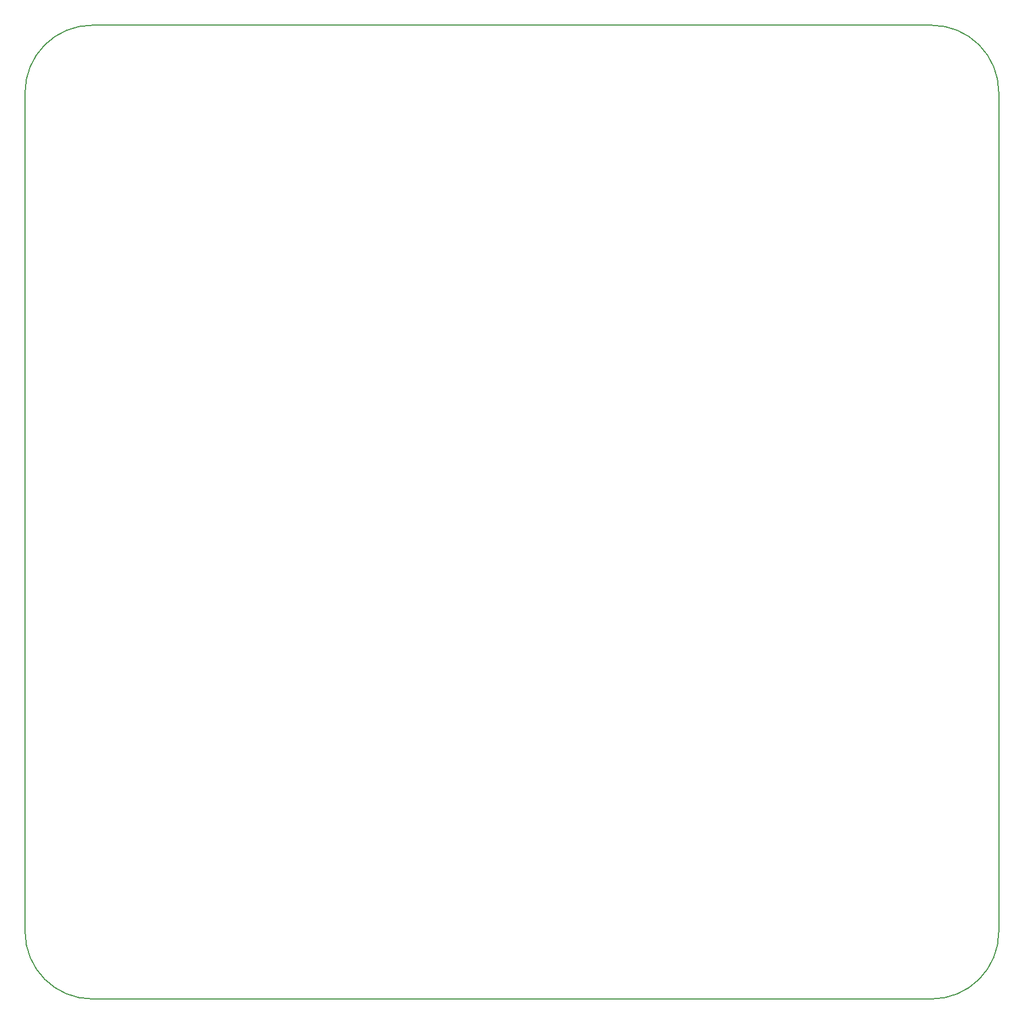
<source format=gm1>
%TF.GenerationSoftware,KiCad,Pcbnew,(6.0.1)*%
%TF.CreationDate,2022-02-12T18:16:10+09:00*%
%TF.ProjectId,FlatFighter_rev4,466c6174-4669-4676-9874-65725f726576,0*%
%TF.SameCoordinates,Original*%
%TF.FileFunction,Profile,NP*%
%FSLAX46Y46*%
G04 Gerber Fmt 4.6, Leading zero omitted, Abs format (unit mm)*
G04 Created by KiCad (PCBNEW (6.0.1)) date 2022-02-12 18:16:10*
%MOMM*%
%LPD*%
G01*
G04 APERTURE LIST*
%TA.AperFunction,Profile*%
%ADD10C,0.200000*%
%TD*%
G04 APERTURE END LIST*
D10*
X223884000Y-25384000D02*
G75*
G03*
X213884000Y-15384000I-9999999J1D01*
G01*
X223884000Y-150384000D02*
X223884000Y-25384000D01*
X213884000Y-160384000D02*
G75*
G03*
X223884000Y-150384000I1J9999999D01*
G01*
X78884000Y-150384000D02*
X78884000Y-25384000D01*
X213884000Y-15384000D02*
X88884000Y-15384000D01*
X88884000Y-160384000D02*
X213884000Y-160384000D01*
X78884000Y-150384000D02*
G75*
G03*
X88884000Y-160384000I9999999J-1D01*
G01*
X88884000Y-15384000D02*
G75*
G03*
X78884000Y-25384000I-1J-9999999D01*
G01*
M02*

</source>
